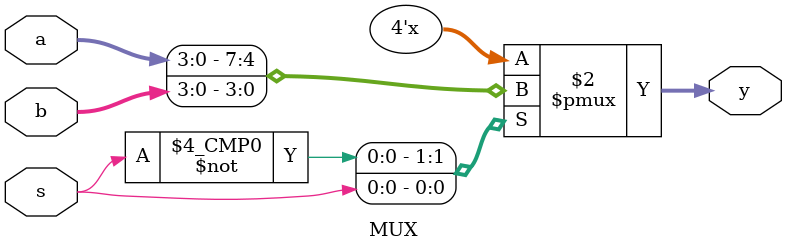
<source format=v>
`timescale 1ns / 1ps


module MUX(
    input       [3:0] a,
    input       [3:0] b,
    input             s,
    output reg  [3:0] y
    );
    
    always @(*) begin
        case(s)
            1'b0: y=a;
            1'b1: y=b;
        endcase
    end
endmodule

</source>
